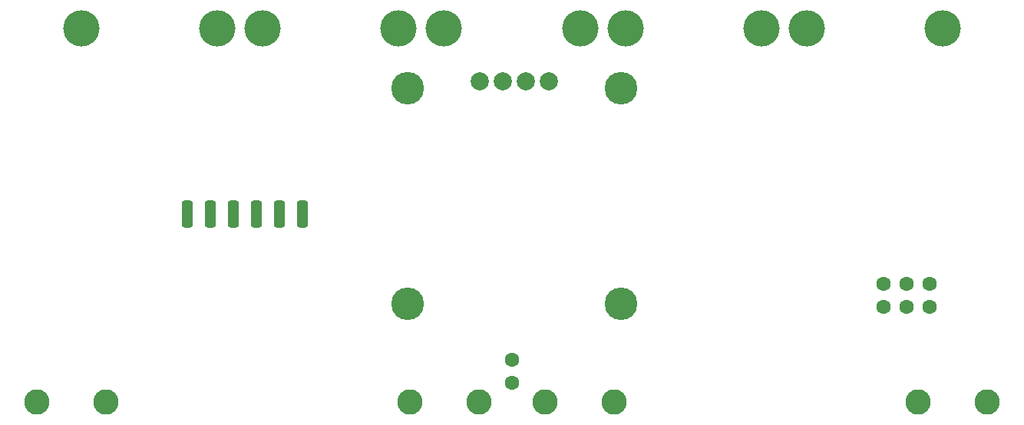
<source format=gbs>
G04*
G04 #@! TF.GenerationSoftware,Altium Limited,Altium Designer,18.0.7 (293)*
G04*
G04 Layer_Color=16711935*
%FSLAX25Y25*%
%MOIN*%
G70*
G01*
G75*
%ADD34C,0.06299*%
%ADD35C,0.11024*%
%ADD36C,0.15748*%
%ADD37C,0.07874*%
%ADD38C,0.14173*%
G04:AMPARAMS|DCode=43|XSize=47.24mil|YSize=118.11mil|CornerRadius=11.81mil|HoleSize=0mil|Usage=FLASHONLY|Rotation=0.000|XOffset=0mil|YOffset=0mil|HoleType=Round|Shape=RoundedRectangle|*
%AMROUNDEDRECTD43*
21,1,0.04724,0.09449,0,0,0.0*
21,1,0.02362,0.11811,0,0,0.0*
1,1,0.02362,0.01181,-0.04724*
1,1,0.02362,-0.01181,-0.04724*
1,1,0.02362,-0.01181,0.04724*
1,1,0.02362,0.01181,0.04724*
%
%ADD43ROUNDEDRECTD43*%
D34*
X216535Y54882D02*
D03*
Y44882D02*
D03*
X397795Y87677D02*
D03*
Y77677D02*
D03*
X387795D02*
D03*
Y87677D02*
D03*
X377795D02*
D03*
Y77677D02*
D03*
D35*
X422776Y36417D02*
D03*
X392776D02*
D03*
X230768D02*
D03*
X260768D02*
D03*
X202303D02*
D03*
X172303D02*
D03*
X10295D02*
D03*
X40295D02*
D03*
D36*
X344488Y198819D02*
D03*
X403543D02*
D03*
X265748D02*
D03*
X324803D02*
D03*
X187008D02*
D03*
X246063D02*
D03*
X108268D02*
D03*
X167323D02*
D03*
X29528D02*
D03*
X88583D02*
D03*
D37*
X232520Y175984D02*
D03*
X222520D02*
D03*
X202520D02*
D03*
X212520D02*
D03*
D38*
X171260Y172835D02*
D03*
X263779D02*
D03*
Y79134D02*
D03*
X171260D02*
D03*
D43*
X75394Y118110D02*
D03*
X85394D02*
D03*
X95394D02*
D03*
X105394D02*
D03*
X115394D02*
D03*
X125394D02*
D03*
M02*

</source>
